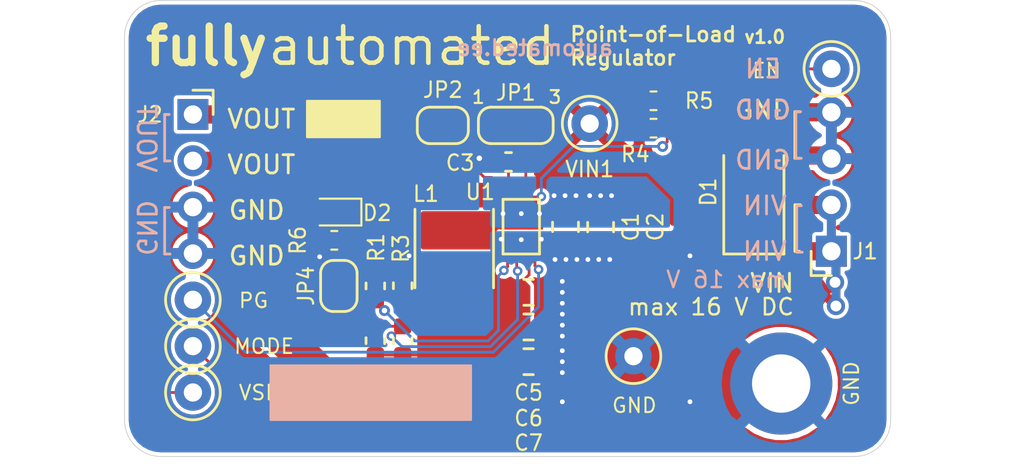
<source format=kicad_pcb>
(kicad_pcb (version 20211014) (generator pcbnew)
  (layers (0 "F.Cu" signal) (31 "B.Cu" signal) (34 "B.Paste" user) (35 "F.Paste" user) (36 "B.SilkS" user "B.Silkscreen") (37 "F.SilkS" user "F.Silkscreen") (38 "B.Mask" user) (39 "F.Mask" user) (44 "Edge.Cuts" user))
  (net 0 "")
  (net 1 "GND")
  (net 2 "/TPS62135 Power Supply/FB")
  (net 3 "+5V")
  (net 4 "VBUS")
  (net 5 "/TPS62135 Power Supply/MODE")
  (net 6 "/TPS62135 Power Supply/SW")
  (net 7 "/TPS62135 Power Supply/PGOOD")
  (net 8 "Net-(C3-Pad1)")
  (net 9 "Net-(JP2-Pad2)")
  (net 10 "Net-(JP4-Pad1)")
  (net 11 "Net-(C1-Pad1)")
  (net 12 "Net-(EN1-Pad1)")
  (net 13 "Net-(R4-Pad1)")
  (net 14 "Net-(D2-Pad1)")
  (footprint "Connector_PinSocket_2.54mm:PinSocket_1x04_P2.54mm_Horizontal" (layer "F.Cu") (at 121.75 95.25)
    (fp_text reference "J2" (at -2.35 0) (layer "F.SilkS") (effects (font (size 0.85 0.8) (thickness 0.12))))
    (fp_text value "OUT")
    (fp_line (start 0 -1.33) (end 1.11 -1.33) (layer "F.SilkS") (width 0.1524))
    (fp_line (start 1.11 -1.33) (end 1.11 0) (layer "F.SilkS") (width 0.1524))
    (pad "1" thru_hole rect locked (at 0 0) (size 1.7 1.7) (drill 1) (layers *.Cu *.Mask) (net 3 "+5V"))
    (pad "2" thru_hole oval locked (at 0 2.54) (size 1.7 1.7) (drill 1) (layers *.Cu *.Mask) (net 3 "+5V"))
    (pad "3" thru_hole oval locked (at 0 5.08) (size 1.7 1.7) (drill 1) (layers *.Cu *.Mask) (net 1 "GND"))
    (pad "4" thru_hole oval locked (at 0 7.62) (size 1.7 1.7) (drill 1) (layers *.Cu *.Mask) (net 1 "GND"))
  )
  (footprint "TestPoint:TestPoint_Loop_D1.80mm_Drill1.0mm_Beaded" (layer "F.Cu") (at 121.75 105.41)
    (fp_text reference "PG1" hide)
    (fp_text value "PG")
    (fp_circle (center 0 0) (end 1.5 0) (layer "F.SilkS") (width 0.1524) (fill none))
    (pad "1" thru_hole circle locked (at 0 0) (size 2 2) (drill 1) (layers *.Cu *.Mask) (net 7 "/TPS62135 Power Supply/PGOOD"))
  )
  (footprint "TestPoint:TestPoint_Loop_D1.80mm_Drill1.0mm_Beaded" (layer "F.Cu") (at 121.75 107.95)
    (fp_text reference "MODE1" hide)
    (fp_text value "MODE")
    (fp_circle (center 0 0) (end 1.5 0) (layer "F.SilkS") (width 0.1524) (fill none))
    (pad "1" thru_hole circle locked (at 0 0) (size 2 2) (drill 1) (layers *.Cu *.Mask) (net 5 "/TPS62135 Power Supply/MODE"))
  )
  (footprint "TestPoint:TestPoint_Loop_D1.80mm_Drill1.0mm_Beaded" (layer "F.Cu") (at 121.75 110.49)
    (fp_text reference "VSEL1" hide)
    (fp_text value "VSEL")
    (fp_circle (center 0 0) (end 1.5 0) (layer "F.SilkS") (width 0.1524) (fill none))
    (pad "1" thru_hole circle locked (at 0 0) (size 2 2) (drill 1) (layers *.Cu *.Mask) (net 9 "Net-(JP2-Pad2)"))
  )
  (footprint "Capacitor_SMD:C_0805_2012Metric" (layer "F.Cu") (at 140.15 108.8)
    (fp_text reference "C7" (at 0 4.45) (layer "F.SilkS") (effects (font (size 0.85 0.8) (thickness 0.12))))
    (fp_text value "10uF/6.3V")
    (fp_line (start -0.258578 0.71) (end 0.258578 0.71) (layer "F.SilkS") (width 0.1524))
    (fp_line (start -0.258578 -0.71) (end 0.258578 -0.71) (layer "F.SilkS") (width 0.1524))
    (pad "1" smd roundrect locked (at -0.9375 0) (size 0.975 1.4) (layers "F.Cu" "F.Paste" "F.Mask") (net 3 "+5V"))
    (pad "2" smd roundrect locked (at 0.9375 0) (size 0.975 1.4) (layers "F.Cu" "F.Paste" "F.Mask") (net 1 "GND"))
  )
  (footprint "Capacitor_SMD:C_0805_2012Metric" (layer "F.Cu") (at 142.175 101.4125 -90)
    (fp_text reference "C2" (at 0 -4.925 90) (layer "F.SilkS") (effects (font (size 0.85 0.8) (thickness 0.12))))
    (fp_text value "2.2uF/25V")
    (fp_line (start -0.258578 -0.71) (end 0.258578 -0.71) (layer "F.SilkS") (width 0.1524))
    (fp_line (start -0.258578 0.71) (end 0.258578 0.71) (layer "F.SilkS") (width 0.1524))
    (pad "1" smd roundrect locked (at -0.9375 0 270) (size 0.975 1.4) (layers "F.Cu" "F.Paste" "F.Mask") (net 11 "Net-(C1-Pad1)"))
    (pad "2" smd roundrect locked (at 0.9375 0 270) (size 0.975 1.4) (layers "F.Cu" "F.Paste" "F.Mask") (net 1 "GND"))
  )
  (footprint "Automated:RGX_TI_VQFN-HR11" (layer "F.Cu") (at 139.75 101.4)
    (fp_text reference "U1" (at -2.25 -1.9) (layer "F.SilkS") (effects (font (size 0.85 0.8) (thickness 0.12))))
    (fp_text value "TPS62135")
    (fp_line (start -1 -1.5) (end -1 1.5) (layer "F.SilkS") (width 0.1524))
    (fp_line (start 1 1.5) (end 1 -1.5) (layer "F.SilkS") (width 0.1524))
    (fp_line (start 1 -1.5) (end -1 -1.5) (layer "F.SilkS") (width 0.1524))
    (fp_line (start -1 1.5) (end 1 1.5) (layer "F.SilkS") (width 0.1524))
    (pad "1" smd roundrect locked (at 0 -0.5) (size 2.4 0.35) (layers "F.Cu" "F.Paste" "F.Mask") (roundrect_rratio 0.1524) (net 11 "Net-(C1-Pad1)"))
    (pad "2" smd roundrect locked (at 0 0) (size 2.4 0.32) (layers "F.Cu" "F.Paste" "F.Mask") (roundrect_rratio 0.1524) (net 6 "/TPS62135 Power Supply/SW"))
    (pad "3" smd roundrect locked (at 0 0.5) (size 2.4 0.35) (layers "F.Cu" "F.Paste" "F.Mask") (roundrect_rratio 0.1524) (net 1 "GND"))
    (pad "4" smd roundrect locked (at -0.75 1.4) (size 0.25 0.6) (layers "F.Cu" "F.Paste" "F.Mask") (roundrect_rratio 0.1524) (net 10 "Net-(JP4-Pad1)"))
    (pad "5" smd roundrect locked (at -0.25 1.4) (size 0.25 0.6) (layers "F.Cu" "F.Paste" "F.Mask") (roundrect_rratio 0.1524) (net 2 "/TPS62135 Power Supply/FB"))
    (pad "6" smd roundrect locked (at 0.25 1.4) (size 0.25 0.6) (layers "F.Cu" "F.Paste" "F.Mask") (roundrect_rratio 0.1524) (net 3 "+5V"))
    (pad "7" smd roundrect locked (at 0.75 1.4) (size 0.25 0.6) (layers "F.Cu" "F.Paste" "F.Mask") (roundrect_rratio 0.1524) (net 7 "/TPS62135 Power Supply/PGOOD"))
    (pad "8" smd roundrect locked (at 0.75 -1.4) (size 0.25 0.6) (layers "F.Cu" "F.Paste" "F.Mask") (roundrect_rratio 0.1524) (net 13 "Net-(R4-Pad1)"))
    (pad "9" smd roundrect locked (at 0.25 -1.4) (size 0.25 0.6) (layers "F.Cu" "F.Paste" "F.Mask") (roundrect_rratio 0.1524) (net 8 "Net-(C3-Pad1)"))
    (pad "10" smd roundrect locked (at -0.25 -1.4) (size 0.25 0.6) (layers "F.Cu" "F.Paste" "F.Mask") (roundrect_rratio 0.1524) (net 5 "/TPS62135 Power Supply/MODE"))
    (pad "11" smd roundrect locked (at -0.75 -1.4) (size 0.25 0.6) (layers "F.Cu" "F.Paste" "F.Mask") (roundrect_rratio 0.1524) (net 9 "Net-(JP2-Pad2)"))
  )
  (footprint "Jumper:SolderJumper-2_P1.3mm_Bridged_RoundedPad1.0x1.5mm" (layer "F.Cu") (at 129.75 104.65 90)
    (fp_text reference "JP4" (at 0 -1.8 90) (layer "F.SilkS") (effects (font (size 0.85 0.8) (thickness 0.12))))
    (fp_text value "SolderJumper_2_Bridged")
    (fp_poly (pts (xy 0.25 -0.3) (xy -0.25 -0.3) (xy -0.25 0.3) (xy 0.25 0.3)) (layer "F.Cu") (width 0) (fill solid))
    (fp_line (start -0.7 -1) (end 0.7 -1) (layer "F.SilkS") (width 0.1524))
    (fp_line (start 0.7 1) (end -0.7 1) (layer "F.SilkS") (width 0.1524))
    (fp_line (start 1.4 -0.3) (end 1.4 0.3) (layer "F.SilkS") (width 0.1524))
    (fp_line (start -1.4 0.3) (end -1.4 -0.3) (layer "F.SilkS") (width 0.1524))
    (fp_arc (start -1.4 -0.3) (mid -1.194975 -0.794975) (end -0.7 -1) (layer "F.SilkS") (width 0.1524))
    (fp_arc (start 1.4 0.3) (mid 1.194975 0.794975) (end 0.7 1) (layer "F.SilkS") (width 0.1524))
    (fp_arc (start 0.7 -1) (mid 1.194975 -0.794975) (end 1.4 -0.3) (layer "F.SilkS") (width 0.1524))
    (fp_arc (start -0.7 1) (mid -1.194975 0.794975) (end -1.4 0.3) (layer "F.SilkS") (width 0.1524))
    (pad "1" smd custom locked (at -0.65 0 90) (size 1 0.5) (layers "F.Cu" "F.Mask") (net 10 "Net-(JP4-Pad1)") (options (clearance outline) (anchor rect)) (primitives (gr_circle (center 0 0.25) (end 0.5 0.25) (width 0) (fill yes)) (gr_circle (center 0 -0.25) (end 0.5 -0.25) (width 0) (fill yes)) (gr_poly (pts (xy 0.5 0.75) (xy 0 0.75) (xy 0 -0.75) (xy 0.5 -0.75)) (width 0) (fill yes))))
    (pad "2" smd custom locked (at 0.65 0 90) (size 1 0.5) (layers "F.Cu" "F.Mask") (net 1 "GND") (options (clearance outline) (anchor rect)) (primitives (gr_circle (center 0 0.25) (end 0.5 0.25) (width 0) (fill yes)) (gr_circle (center 0 -0.25) (end 0.5 -0.25) (width 0) (fill yes)) (gr_poly (pts (xy 0 0.75) (xy -0.5 0.75) (xy -0.5 -0.75) (xy 0 -0.75)) (width 0) (fill yes))))
  )
  (footprint "Jumper:SolderJumper-3_P1.3mm_Bridged12_RoundedPad1.0x1.5mm_NumberLabels" (layer "F.Cu") (at 139.45 95.85)
    (fp_text reference "JP1" (at 0 -1.8) (layer "F.SilkS") (effects (font (size 0.85 0.8) (thickness 0.12))))
    (fp_text value "SolderJumper_3_Bridged12")
    (fp_text user "1" (at -2.05 -1.55) (layer "F.SilkS") (effects (font (size 0.7 0.7) (thickness 0.12))))
    (fp_text user "3" (at 2.15 -1.55) (layer "F.SilkS") (effects (font (size 0.7 0.7) (thickness 0.12))))
    (fp_poly (pts (xy -0.9 -0.3) (xy -0.4 -0.3) (xy -0.4 0.3) (xy -0.9 0.3)) (layer "F.Cu") (width 0) (fill solid))
    (fp_line (start -1.4 -1) (end 1.4 -1) (layer "F.SilkS") (width 0.1524))
    (fp_line (start -2.05 0.3) (end -2.05 -0.3) (layer "F.SilkS") (width 0.1524))
    (fp_line (start 2.05 -0.3) (end 2.05 0.3) (layer "F.SilkS") (width 0.1524))
    (fp_line (start 1.4 1) (end -1.4 1) (layer "F.SilkS") (width 0.1524))
    (fp_arc (start 2.05 0.3) (mid 1.844975 0.794975) (end 1.35 1) (layer "F.SilkS") (width 0.1524))
    (fp_arc (start -1.35 1) (mid -1.844975 0.794975) (end -2.05 0.3) (layer "F.SilkS") (width 0.1524))
    (fp_arc (start -2.05 -0.3) (mid -1.844975 -0.794975) (end -1.35 -1) (layer "F.SilkS") (width 0.1524))
    (fp_arc (start 1.35 -1) (mid 1.844975 -0.794975) (end 2.05 -0.3) (layer "F.SilkS") (width 0.1524))
    (pad "1" smd custom locked (at -1.3 0) (size 1 0.5) (layers "F.Cu" "F.Mask") (net 1 "GND") (options (clearance outline) (anchor rect)) (primitives (gr_poly (pts (xy 0.55 0.75) (xy 0 0.75) (xy 0 -0.75) (xy 0.55 -0.75)) (width 0) (fill yes)) (gr_circle (center 0 0.25) (end 0.5 0.25) (width 0) (fill yes)) (gr_circle (center 0 -0.25) (end 0.5 -0.25) (width 0) (fill yes))))
    (pad "2" smd rect locked (at 0 0) (size 1 1.5) (layers "F.Cu" "F.Mask") (net 5 "/TPS62135 Power Supply/MODE"))
    (pad "3" smd custom locked (at 1.3 0) (size 1 0.5) (layers "F.Cu" "F.Mask") (net 11 "Net-(C1-Pad1)") (options (clearance outline) (anchor rect)) (primitives (gr_circle (center 0 0.25) (end 0.5 0.25) (width 0) (fill yes)) (gr_circle (center 0 -0.25) (end 0.5 -0.25) (width 0) (fill yes)) (gr_poly (pts (xy 0 0.75) (xy -0.55 0.75) (xy -0.55 -0.75) (xy 0 -0.75)) (width 0) (fill yes))))
  )
  (footprint "Resistor_SMD:R_0603_1608Metric" (layer "F.Cu") (at 131.75 104.65 90)
    (fp_text reference "R1" (at 2.1 0.05 90) (layer "F.SilkS") (effects (font (size 0.85 0.8) (thickness 0.12))))
    (fp_text value "dnp")
    (fp_line (start -0.162779 0.51) (end 0.162779 0.51) (layer "F.SilkS") (width 0.1524))
    (fp_line (start -0.162779 -0.51) (end 0.162779 -0.51) (layer "F.SilkS") (width 0.1524))
    (pad "1" smd roundrect locked (at -0.7875 0 90) (size 0.875 0.95) (layers "F.Cu" "F.Paste" "F.Mask") (net 10 "Net-(JP4-Pad1)"))
    (pad "2" smd roundrect locked (at 0.7875 0 90) (size 0.875 0.95) (layers "F.Cu" "F.Paste" "F.Mask") (net 1 "GND"))
  )
  (footprint "TestPoint:TestPoint_Loop_D1.80mm_Drill1.0mm_Beaded" (layer "F.Cu") (at 145.9 108.5)
    (fp_text reference "TP1" hide)
    (fp_text value "GND")
    (fp_circle (center 0 0) (end 1.5 0) (layer "F.SilkS") (width 0.1524) (fill none))
    (pad "1" thru_hole circle locked (at 0 0) (size 2 2) (drill 1) (layers *.Cu *.Mask) (net 1 "GND"))
  )
  (footprint "Capacitor_SMD:C_0603_1608Metric" (layer "F.Cu") (at 131.75 107.65 90)
    (fp_text reference "C4" (at -2.15 0 90) (layer "F.SilkS") (effects (font (size 0.85 0.8) (thickness 0.12))))
    (fp_text value "22pF/50V")
    (fp_line (start -0.162779 0.51) (end 0.162779 0.51) (layer "F.SilkS") (width 0.1524))
    (fp_line (start -0.162779 -0.51) (end 0.162779 -0.51) (layer "F.SilkS") (width 0.1524))
    (pad "1" smd roundrect locked (at -0.7875 0 90) (size 0.875 0.95) (layers "F.Cu" "F.Paste" "F.Mask") (net 3 "+5V"))
    (pad "2" smd roundrect locked (at 0.7875 0 90) (size 0.875 0.95) (layers "F.Cu" "F.Paste" "F.Mask") (net 2 "/TPS62135 Power Supply/FB"))
  )
  (footprint "Capacitor_SMD:C_0603_1608Metric" (layer "F.Cu") (at 139.05 97.85 180)
    (fp_text reference "C3" (at 2.65 -0.05) (layer "F.SilkS") (effects (font (size 0.85 0.8) (thickness 0.12))))
    (fp_text value "100nF/25V")
    (fp_line (start -0.162779 0.51) (end 0.162779 0.51) (layer "F.SilkS") (width 0.1524))
    (fp_line (start -0.162779 -0.51) (end 0.162779 -0.51) (layer "F.SilkS") (width 0.1524))
    (pad "1" smd roundrect locked (at -0.7875 0 180) (size 0.875 0.95) (layers "F.Cu" "F.Paste" "F.Mask") (net 8 "Net-(C3-Pad1)"))
    (pad "2" smd roundrect locked (at 0.7875 0 180) (size 0.875 0.95) (layers "F.Cu" "F.Paste" "F.Mask") (net 1 "GND"))
  )
  (footprint "Capacitor_SMD:C_0805_2012Metric" (layer "F.Cu") (at 144.1 101.425 -90)
    (fp_text reference "C1" (at 0 -1.65 90) (layer "F.SilkS") (effects (font (size 0.85 0.8) (thickness 0.12))))
    (fp_text value "2.2uF/25V")
    (fp_line (start -0.258578 -0.71) (end 0.258578 -0.71) (layer "F.SilkS") (width 0.1524))
    (fp_line (start -0.258578 0.71) (end 0.258578 0.71) (layer "F.SilkS") (width 0.1524))
    (pad "1" smd roundrect locked (at -0.9375 0 270) (size 0.975 1.4) (layers "F.Cu" "F.Paste" "F.Mask") (net 11 "Net-(C1-Pad1)"))
    (pad "2" smd roundrect locked (at 0.9375 0 270) (size 0.975 1.4) (layers "F.Cu" "F.Paste" "F.Mask") (net 1 "GND"))
  )
  (footprint "Resistor_SMD:R_0603_1608Metric" (layer "F.Cu") (at 133.25 104.6375 90)
    (fp_text reference "R3" (at 2.0375 -0.1 90) (layer "F.SilkS") (effects (font (size 0.85 0.8) (thickness 0.12))))
    (fp_text value "39k")
    (fp_line (start -0.162779 -0.51) (end 0.162779 -0.51) (layer "F.SilkS") (width 0.1524))
    (fp_line (start -0.162779 0.51) (end 0.162779 0.51) (layer "F.SilkS") (width 0.1524))
    (pad "1" smd roundrect locked (at -0.7875 0 90) (size 0.875 0.95) (layers "F.Cu" "F.Paste" "F.Mask") (net 2 "/TPS62135 Power Supply/FB"))
    (pad "2" smd roundrect locked (at 0.7875 0 90) (size 0.875 0.95) (layers "F.Cu" "F.Paste" "F.Mask") (net 1 "GND"))
  )
  (footprint "Capacitor_SMD:C_0805_2012Metric" (layer "F.Cu") (at 140.15 105)
    (fp_text reference "C5" (at 0 5.5) (layer "F.SilkS") (effects (font (size 0.85 0.8) (thickness 0.12))))
    (fp_text value "10uF/6.3V")
    (fp_line (start -0.258578 0.71) (end 0.258578 0.71) (layer "F.SilkS") (width 0.1524))
    (fp_line (start -0.258578 -0.71) (end 0.258578 -0.71) (layer "F.SilkS") (width 0.1524))
    (pad "1" smd roundrect locked (at -0.9375 0) (size 0.975 1.4) (layers "F.Cu" "F.Paste" "F.Mask") (net 3 "+5V"))
    (pad "2" smd roundrect locked (at 0.9375 0) (size 0.975 1.4) (layers "F.Cu" "F.Paste" "F.Mask") (net 1 "GND"))
  )
  (footprint "Resistor_SMD:R_0603_1608Metric" (layer "F.Cu") (at 133.25 107.65 90)
    (fp_text reference "R2" (at -2.15 0 90) (layer "F.SilkS") (effects (font (size 0.85 0.8) (thickness 0.12))))
    (fp_text value "240k")
    (fp_line (start -0.162779 -0.51) (end 0.162779 -0.51) (layer "F.SilkS") (width 0.1524))
    (fp_line (start -0.162779 0.51) (end 0.162779 0.51) (layer "F.SilkS") (width 0.1524))
    (pad "1" smd roundrect locked (at -0.7875 0 90) (size 0.875 0.95) (layers "F.Cu" "F.Paste" "F.Mask") (net 3 "+5V"))
    (pad "2" smd roundrect locked (at 0.7875 0 90) (size 0.875 0.95) (layers "F.Cu" "F.Paste" "F.Mask") (net 2 "/TPS62135 Power Supply/FB"))
  )
  (footprint "NetTie:NetTie-2_SMD_Pad2.0mm" (layer "F.Cu") (at 153.55 105 180)
    (fp_text reference "NT1" hide)
    (fp_text value "Net-Tie_2")
    (fp_poly (pts (xy -2 -1) (xy 2 -1) (xy 2 1) (xy -2 1)) (layer "F.Cu") (width 0) (fill solid))
    (pad "1" smd circle locked (at -2 0 180) (size 2 2) (layers "F.Cu") (net 4 "VBUS"))
    (pad "2" smd circle locked (at 2 0 180) (size 2 2) (layers "F.Cu") (net 11 "Net-(C1-Pad1)"))
  )
  (footprint "TestPoint:TestPoint_Loop_D1.80mm_Drill1.0mm_Beaded" (layer "F.Cu") (at 143.5 95.75)
    (fp_text reference "VIN1" (at 0 2.5) (layer "F.SilkS") (effects (font (size 0.85 0.8) (thickness 0.12))))
    (fp_text value "VIN")
    (fp_circle (center 0 0) (end 1.5 0) (layer "F.SilkS") (width 0.1524) (fill none))
    (pad "1" thru_hole circle locked (at 0 0) (size 2 2) (drill 1) (layers *.Cu *.Mask) (net 11 "Net-(C1-Pad1)"))
  )
  (footprint "Inductor_SMD:L_Coilcraft_XxL4020" (layer "F.Cu") (at 136.075 102.6 -90)
    (fp_text reference "L1" (at -3 1.55 180) (layer "F.SilkS") (effects (font (size 0.85 0.8) (thickness 0.12))))
    (fp_text value "XGL4020-102ME_")
    (fp_line (start -2.154 -2.154) (end 2.154 -2.154) (layer "F.SilkS") (width 0.1524))
    (fp_line (start 2.154 2.154) (end -2.154 2.154) (layer "F.SilkS") (width 0.1524))
    (pad "1" smd rect locked (at -1.185 0 270) (size 0.98 3.4) (layers "F.Cu" "F.Paste" "F.Mask") (net 6 "/TPS62135 Power Supply/SW"))
    (pad "2" smd rect locked (at 1.185 0 270) (size 0.98 3.4) (layers "F.Cu" "F.Paste" "F.Mask") (net 3 "+5V"))
  )
  (footprint "Capacitor_SMD:C_0805_2012Metric" (layer "F.Cu") (at 140.15 106.9)
    (fp_text reference "C6" (at 0 5) (layer "F.SilkS") (effects (font (size 0.85 0.8) (thickness 0.12))))
    (fp_text value "10uF/6.3V")
    (fp_line (start -0.258578 0.71) (end 0.258578 0.71) (layer "F.SilkS") (width 0.1524))
    (fp_line (start -0.258578 -0.71) (end 0.258578 -0.71) (layer "F.SilkS") (width 0.1524))
    (pad "1" smd roundrect locked (at -0.9375 0) (size 0.975 1.4) (layers "F.Cu" "F.Paste" "F.Mask") (net 3 "+5V"))
    (pad "2" smd roundrect locked (at 0.9375 0) (size 0.975 1.4) (layers "F.Cu" "F.Paste" "F.Mask") (net 1 "GND"))
  )
  (footprint "Jumper:SolderJumper-2_P1.3mm_Bridged_RoundedPad1.0x1.5mm" (layer "F.Cu") (at 135.45 95.85 180)
    (fp_text reference "JP2" (at 0 1.95) (layer "F.SilkS") (effects (font (size 0.85 0.8) (thickness 0.12))))
    (fp_text value "SolderJumper_2_Bridged")
    (fp_poly (pts (xy 0.25 -0.3) (xy -0.25 -0.3) (xy -0.25 0.3) (xy 0.25 0.3)) (layer "F.Cu") (width 0) (fill solid))
    (fp_line (start -1.4 0.3) (end -1.4 -0.3) (layer "F.SilkS") (width 0.1524))
    (fp_line (start -0.7 -1) (end 0.7 -1) (layer "F.SilkS") (width 0.1524))
    (fp_line (start 0.7 1) (end -0.7 1) (layer "F.SilkS") (width 0.1524))
    (fp_line (start 1.4 -0.3) (end 1.4 0.3) (layer "F.SilkS") (width 0.1524))
    (fp_arc (start -0.7 1) (mid -1.194975 0.794975) (end -1.4 0.3) (layer "F.SilkS") (width 0.1524))
    (fp_arc (start -1.4 -0.3) (mid -1.194975 -0.794975) (end -0.7 -1) (layer "F.SilkS") (width 0.1524))
    (fp_arc (start 0.7 -1) (mid 1.194975 -0.794975) (end 1.4 -0.3) (layer "F.SilkS") (width 0.1524))
    (fp_arc (start 1.4 0.3) (mid 1.194975 0.794975) (end 0.7 1) (layer "F.SilkS") (width 0.1524))
    (pad "1" smd custom locked (at -0.65 0 180) (size 1 0.5) (layers "F.Cu" "F.Mask") (net 1 "GND") (options (clearance outline) (anchor rect)) (primitives (gr_circle (center 0 0.25) (end 0.5 0.25) (width 0) (fill yes)) (gr_circle (center 0 -0.25) (end 0.5 -0.25) (width 0) (fill yes)) (gr_poly (pts (xy 0.5 0.75) (xy 0 0.75) (xy 0 -0.75) (xy 0.5 -0.75)) (width 0) (fill yes))))
    (pad "2" smd custom locked (at 0.65 0 180) (size 1 0.5) (layers "F.Cu" "F.Mask") (net 9 "Net-(JP2-Pad2)") (options (clearance outline) (anchor rect)) (primitives (gr_circle (center 0 0.25) (end 0.5 0.25) (width 0) (fill yes)) (gr_circle (center 0 -0.25) (end 0.5 -0.25) (width 0) (fill yes)) (gr_poly (pts (xy 0 0.75) (xy -0.5 0.75) (xy -0.5 -0.75) (xy 0 -0.75)) (width 0) (fill yes))))
  )
  (footprint "Connector_PinSocket_2.54mm:PinSocket_1x04_P2.54mm_Horizontal" (layer "F.Cu") (at 156.75 102.75 180)
    (fp_text reference "J1" (at -1.85 0) (layer "F.SilkS") (effects (font (size 0.85 0.8) (thickness 0.12))))
    (fp_text value "IN")
    (fp_line (start 0 -1.33) (end 1.11 -1.33) (layer "F.SilkS") (width 0.1524))
    (fp_line (start 1.11 -1.33) (end 1.11 0) (layer "F.SilkS") (width 0.1524))
    (pad "1" thru_hole rect locked (at 0 0 180) (size 1.7 1.7) (drill 1) (layers *.Cu *.Mask) (net 4 "VBUS"))
    (pad "2" thru_hole oval locked (at 0 2.54 180) (size 1.7 1.7) (drill 1) (layers *.Cu *.Mask) (net 4 "VBUS"))
    (pad "3" thru_hole oval locked (at 0 5.08 180) (size 1.7 1.7) (drill 1) (layers *.Cu *.Mask) (net 1 "GND"))
    (pad "4" thru_hole oval locked (at 0 7.62 180) (size 1.7 1.7) (drill 1) (layers *.Cu *.Mask) (net 1 "GND"))
  )
  (footprint "TestPoint:TestPoint_Loop_D1.80mm_Drill1.0mm_Beaded" (layer "F.Cu") (at 156.75 92.75)
    (fp_text reference "EN" hide)
    (fp_text value "EN")
    (fp_circle (center 0 0) (end 1.5 0) (layer "F.SilkS") (width 0.1524) (fill none))
    (pad "1" thru_hole circle locked (at 0 0) (size 2 2) (drill 1) (layers *.Cu *.Mask) (net 12 "Net-(EN1-Pad1)"))
  )
  (footprint "Diode_SMD:D_SMA" (layer "F.Cu") (at 152.5 99.5 90)
    (fp_text reference "D1" (at 0 -2.5 90) (layer "F.SilkS") (effects (font (size 0.85 0.8) (thickness 0.12))))
    (fp_text value "SMAJ15A-13-F")
    (fp_line (start -3.4 -1.65) (end -3.4 1.65) (layer "F.SilkS") (width 0.1524))
    (fp_line (start -3.4 1.65) (end 2 1.65) (layer "F.SilkS") (width 0.1524))
    (fp_line (start -3.4 -1.65) (end 2 -1.65) (layer "F.SilkS") (width 0.1524))
    (pad "1" smd rect locked (at -2 0 90) (size 2.5 1.8) (layers "F.Cu" "F.Paste" "F.Mask") (net 4 "VBUS"))
    (pad "2" smd rect locked (at 2 0 90) (size 2.5 1.8) (layers "F.Cu" "F.Paste" "F.Mask") (net 1 "GND"))
  )
  (footprint "MountingHole:MountingHole_3.2mm_M3_DIN965_Pad" (layer "F.Cu") (at 154 110)
    (fp_text reference "H1" hide)
    (fp_text value "MountingHole_Pad")
    (pad "1" thru_hole circle locked (at 0 0) (size 5.6 5.6) (drill 3.2) (layers *.Cu *.Mask) (net 1 "GND"))
  )
  (footprint "Resistor_SMD:R_0603_1608Metric" (layer "F.Cu") (at 147 96 180)
    (fp_text reference "R4" (at 1 -1.43) (layer "F.SilkS") (effects (font (size 0.85 0.8) (thickness 0.12))))
    (fp_text value "10k")
    (fp_line (start -0.162779 -0.51) (end 0.162779 -0.51) (layer "F.SilkS") (width 0.12))
    (fp_line (start -0.162779 0.51) (end 0.162779 0.51) (layer "F.SilkS") (width 0.12))
    (pad "1" smd roundrect locked (at -0.7875 0 180) (size 0.875 0.95) (layers "F.Cu" "F.Paste" "F.Mask") (net 13 "Net-(R4-Pad1)"))
    (pad "2" smd roundrect locked (at 0.7875 0 180) (size 0.875 0.95) (layers "F.Cu" "F.Paste" "F.Mask") (net 11 "Net-(C1-Pad1)"))
  )
  (footprint "Resistor_SMD:R_0603_1608Metric" (layer "F.Cu") (at 147 94.5)
    (fp_text reference "R5" (at 2.5 0) (layer "F.SilkS") (effects (font (size 0.85 0.8) (thickness 0.12))))
    (fp_text value "100")
    (fp_line (start -0.162779 -0.51) (end 0.162779 -0.51) (layer "F.SilkS") (width 0.12))
    (fp_line (start -0.162779 0.51) (end 0.162779 0.51) (layer "F.SilkS") (width 0.12))
    (pad "1" smd roundrect locked (at -0.7875 0) (size 0.875 0.95) (layers "F.Cu" "F.Paste" "F.Mask") (net 12 "Net-(EN1-Pad1)"))
    (pad "2" smd roundrect locked (at 0.7875 0) (size 0.875 0.95) (layers "F.Cu" "F.Paste" "F.Mask") (net 13 "Net-(R4-Pad1)"))
  )
  (footprint "LED_SMD:LED_0603_1608Metric" (layer "F.Cu") (at 129.5 100.6 180)
    (fp_text reference "D2" (at -2.35 -0.05) (layer "F.SilkS") (effects (font (size 0.85 0.8) (thickness 0.12))))
    (fp_text value "LED_Small_ALT")
    (fp_line (start 0.8 -0.735) (end -1.485 -0.735) (layer "F.SilkS") (width 0.12))
    (fp_line (start -1.485 -0.735) (end -1.485 0.735) (layer "F.SilkS") (width 0.12))
    (fp_line (start -1.485 0.735) (end 0.8 0.735) (layer "F.SilkS") (width 0.12))
    (pad "1" smd roundrect locked (at -0.7875 0 180) (size 0.875 0.95) (layers "F.Cu" "F.Paste" "F.Mask") (net 14 "Net-(D2-Pad1)"))
    (pad "2" smd roundrect locked (at 0.7875 0 180) (size 0.875 0.95) (layers "F.Cu" "F.Paste" "F.Mask") (net 3 "+5V"))
  )
  (footprint "Resistor_SMD:R_0603_1608Metric" (layer "F.Cu") (at 129.5 102.15 180)
    (fp_text reference "R6" (at 2 0 90) (layer "F.SilkS") (effects (font (size 0.85 0.8) (thickness 0.12))))
    (fp_text value "2k2")
    (fp_line (start -0.162779 -0.51) (end 0.162779 -0.51) (layer "F.SilkS") (width 0.12))
    (fp_line (start -0.162779 0.51) (end 0.162779 0.51) (layer "F.SilkS") (width 0.12))
    (pad "1" smd roundrect locked (at -0.7875 0 180) (size 0.875 0.95) (layers "F.Cu" "F.Paste" "F.Mask") (net 14 "Net-(D2-Pad1)"))
    (pad "2" smd roundrect locked (at 0.7875 0 180) (size 0.875 0.95) (layers "F.Cu" "F.Paste" "F.Mask") (net 1 "GND"))
  )
  (footprint "Automated:fully_automated_logo_soldermask" (layer "B.Cu") (at 129.75 97.1 180)
    (fp_text reference "G1" hide)
    (fp_text value "Fully_Automated_Logo" hide)
    (fp_text user "automated.ee" (at -10.75 5.5) (layer "B.SilkS") (effects (font (size 0.85 0.85) (thickness 0.1524)) (justify mirror)))
  )
  (gr_line (start 154.85 102.8) (end 155.15 102.8) (layer "B.SilkS") (width 0.1524))
  (gr_line (start 155.1 100.25) (end 154.85 100.25) (layer "B.SilkS") (width 0.1524))
  (gr_line (start 154.85 100.25) (end 154.85 102.8) (layer "B.SilkS") (width 0.1524))
  (gr_line (start 155.05 95.1) (end 154.8 95.1) (layer "B.SilkS") (width 0.1524))
  (gr_line (start 154.8 95.1) (end 154.8 97.65) (layer "B.SilkS") (width 0.1524))
  (gr_line (start 154.8 97.65) (end 155.1 97.65) (layer "B.SilkS") (width 0.1524))
  (gr_poly (pts (xy 137 112) (xy 126 112) (xy 126 109) (xy 137 109)) (layer "B.SilkS") (width 0.1) (fill solid))
  (gr_line (start 120.2 102.9) (end 120.5 102.9) (layer "B.SilkS") (width 0.1524))
  (gr_line (start 120.2 100.35) (end 120.2 102.9) (layer "B.SilkS") (width 0.1524))
  (gr_line (start 120.2 97.8) (end 120.5 97.8) (layer "B.SilkS") (width 0.1524))
  (gr_line (start 120.45 95.25) (end 120.2 95.25) (layer "B.SilkS") (width 0.1524))
  (gr_line (start 120.2 95.25) (end 120.2 97.8) (layer "B.SilkS") (width 0.1524))
  (gr_line (start 120.45 100.35) (end 120.2 100.35) (layer "B.SilkS") (width 0.1524))
  (gr_line (start 155 102.75) (end 154.75 102.75) (layer "F.SilkS") (width 0.1524))
  (gr_line (start 154.75 102.75) (end 154.75 100.2) (layer "F.SilkS") (width 0.1524))
  (gr_line (start 154.75 100.2) (end 155.05 100.2) (layer "F.SilkS") (width 0.1524))
  (gr_line (start 154.75 95.1) (end 155.05 95.1) (layer "F.SilkS") (width 0.1524))
  (gr_line (start 155 97.65) (end 154.75 97.65) (layer "F.SilkS") (width 0.1524))
  (gr_line (start 154.75 97.65) (end 154.75 95.1) (layer "F.SilkS") (width 0.1524))
  (gr_poly (pts (xy 128 94.5) (xy 128 96.5) (xy 132 96.5) (xy 132 94.5)) (layer "F.SilkS") (width 0.1) (fill solid))
  (gr_line (start 118 91) (end 118 112) (layer "Edge.Cuts") (width 0.05))
  (gr_arc (start 120 114) (mid 118.585786 113.414214) (end 118 112) (layer "Edge.Cuts") (width 0.05))
  (gr_arc (start 160 112) (mid 159.414214 113.414214) (end 158 114) (layer "Edge.Cuts") (width 0.05))
  (gr_arc (start 118 91) (mid 118.585786 89.585786) (end 120 89) (layer "Edge.Cuts") (width 0.05))
  (gr_line (start 120 114) (end 158 114) (layer "Edge.Cuts") (width 0.05))
  (gr_line (start 160 112) (end 160 91) (layer "Edge.Cuts") (width 0.05))
  (gr_line (start 158 89) (end 120 89) (layer "Edge.Cuts") (width 0.05))
  (gr_arc (start 158 89) (mid 159.414214 89.585786) (end 160 91) (layer "Edge.Cuts") (width 0.05))
  (gr_text "VIN" (at 153.1 100.25) (layer "B.SilkS") (effects (font (size 1 1) (thickness 0.1524)) (justify mirror)))
  (gr_text "EN" (at 153 92.75) (layer "B.SilkS") (effects (font (size 1 1) (thickness 0.1524)) (justify mirror)))
  (gr_text "max 16 V" (at 151 104.3) (layer "B.SilkS") (effects (font (size 0.9 0.9) (thickness 0.13)) (justify mirror)))
  (gr_text "GND" (at 153 95) (layer "B.SilkS") (effects (font (size 1 1) (thickness 0.1524)) (justify mirror)))
  (gr_text "GND  VOUT" (at 119.2 98.85 270) (layer "B.SilkS") (effects (font (size 1 1)) (justify mirror)))
  (gr_text "VIN" (at 153.1 102.75) (layer "B.SilkS") (effects (font (size 1 1) (thickness 0.1524)) (justify mirror)))
  (gr_text "GND" (at 153 97.75) (layer "B.SilkS") (effects (font (size 1 1) (thickness 0.1524)) (justify mirror)))
  (gr_text "VOUT" (at 125.5 98) (layer "F.SilkS") (effects (font (size 1 1) (thickness 0.1524))))
  (gr_text "VOUT" (at 125.5 95.5) (layer "F.SilkS") (effects (font (size 1 1) (thickness 0.1524))))
  (gr_text "fully" (at 122.5 91.5) (layer "F.SilkS") (effects (font (size 2 2) (thickness 0.4))))
  (gr_text "automated" (at 133.75 91.5) (layer "F.SilkS") (effects (font (size 2 2) (thickness 0.25))))
  (gr_text "v1.0" (at 153.1 91) (layer "F.SilkS") (effects (font (size 0.7 0.7))))
  (gr_text "max 16 V DC" (at 150.15 105.8) (layer "F.SilkS") (effects (font (size 0.9 0.9) (thickness 0.13))))
  (gr_text "GND" (at 145.95 111.2) (layer "F.SilkS") (effects (font (size 0.8 0.8) (thickness 0.11))))
  (gr_text "GND" (at 157.85 110 90) (layer "F.SilkS") (effects (font (size 0.8 0.8) (thickness 0.11))))
  (gr_text "PG" (at 124.2 105.45) (layer "F.SilkS") (effects (font (size 0.8 0.8) (thickness 0.11)) (justify left)))
  (gr_text "VSEL" (at 124.2 110.5) (layer "F.SilkS") (effects (font (size 0.8 0.8) (thickness 0.11)) (justify left)))
  (gr_text "GND" (at 125.25 103) (layer "F.SilkS") (effects (font (size 1 1) (thickness 0.1524))))
  (gr_text "EN" (at 153.2 92.85) (layer "F.SilkS") (effects (font (size 0.8 0.8) (thickness 0.11))))
  (gr_text "GND" (at 153 95) (layer "F.SilkS") (effects (font (size 1 1) (thickness 0.1524))))
  (gr_text "VIN" (at 153.5 104.5) (layer "F.SilkS") (effects (font (size 1 1) (thickness 0.1524))))
  (gr_text "MODE" (at 125.65 107.96) (layer "F.SilkS") (effects (font (size 0.8 0.8) (thickness 0.11))))
  (gr_text "Point-of-Load\nRegulator" (at 142.35 91.5) (layer "F.SilkS") (effects (font (size 0.8 0.8) (thickness 0.1524)) (justify left)))
  (gr_text "GND" (at 125.25 100.5) (layer "F.SilkS") (effects (font (size 1 1) (thickness 0.1524))))
  (segment (start 137.65 97.85) (end 137.45 97.65) (width 0.1524) (layer "F.Cu") (net 1))
  (segment (start 138.2625 97.85) (end 137.65 97.85) (width 0.1524) (layer "F.Cu") (net 1))
  (segment (start 138.2625 97.85) (end 138.2625 95.9625) (width 0.1524) (layer "F.Cu") (net 1))
  (segment (start 128.7125 102.15) (end 128.7125 103.0375) (width 0.1524) (layer "F.Cu") (net 1))
  (segment (start 133.2375 103.8625) (end 133.25 103.85) (width 0.1524) (layer "F.Cu") (net 1))
  (segment (start 153.07 95.13) (end 152.5 95.7) (width 1) (layer "F.Cu") (net 1))
  (segment (start 152.5 95.7) (end 152.5 97.5) (width 1) (layer "F.Cu") (net 1))
  (segment (start 131.6125 104) (end 131.75 103.8625) (width 0.1524) (layer "F.Cu") (net 1))
  (segment (start 140.84 102.15) (end 138.64 102.15) (width 0.2) (layer "F.Cu") (net 1))
  (segment (start 156.75 95.13) (end 153.07 95.13) (width 1) (layer "F.Cu") (net 1))
  (segment (start 152.5 97.5) (end 156.58 97.5) (width 1) (layer "F.Cu") (net 1))
  (segment (start 133.25 103.35) (end 133.6 103) (width 0.1524) (layer "F.Cu") (net 1))
  (segment (start 156.58 97.5) (end 156.75 97.67) (width 1) (layer "F.Cu") (net 1))
  (segment (start 129.75 104) (end 131.6125 104) (width 0.1524) (layer "F.Cu") (net 1))
  (segment (start 131.75 103.8625) (end 133.2375 103.8625) (width 0.1524) (layer "F.Cu") (net 1))
  (segment (start 128.7125 103.0375) (end 128.7 103.05) (width 0.1524) (layer "F.Cu") (net 1))
  (segment (start 133.25 103.85) (end 133.25 103.35) (width 0.1524) (layer "F.Cu") (net 1))
  (segment (start 138.15 95.85) (end 136.1 95.85) (width 0.1524) (layer "F.Cu") (net 1))
  (via (at 137.45 97.65) (size 0.6) (drill 0.3) (layers "F.Cu" "B.Cu") (net 1))
  (via (at 140.85 102.09) (size 0.52) (drill 0.26) (layers "F.Cu" "B.Cu") (net 1))
  (via (at 138.65 102.09) (size 0.52) (drill 0.26) (layers "F.Cu" "B.Cu") (net 1))
  (via (at 139.75 102.115) (size 0.52) (drill 0.26) (layers "F.Cu" "B.Cu") (net 1))
  (via (at 144 103.2) (size 0.52) (drill 0.26) (layers "F.Cu" "B.Cu") (net 1))
  (via (at 144.6 103.2) (size 0.52) (drill 0.26) (layers "F.Cu" "B.Cu") (net 1))
  (via (at 142.8 103.2) (size 0.52) (drill 0.26) (layers "F.Cu" "B.Cu") (net 1))
  (via (at 142 111) (size 0.52) (drill 0.26) (layers "F.Cu" "B.Cu") (net 1))
  (via (at 142 108.8) (size 0.52) (drill 0.26) (layers "F.Cu" "B.Cu") (net 1))
  (via (at 142 107.4) (size 0.52) (drill 0.26) (layers "F.Cu" "B.Cu") (net 1))
  (via (at 133.6 103) (size 0.52) (drill 0.26) (layers "F.Cu" "B.Cu") (net 1))
  (via (at 149 111) (size 0.52) (drill 0.26) (layers "F.Cu" "B.Cu") (net 1))
  (via (at 141.6 103.2) (size 0.52) (drill 0.26) (layers "F.Cu" "B.Cu") (net 1))
  (via (at 143.4 103.2) (size 0.52) (drill 0.26) (layers "F.Cu" "B.Cu") (net 1))
  (via (at 142 109.4) (size 0.52) (drill 0.26) (layers "F.Cu" "B.Cu") (net 1))
  (via (at 142 105.6) (size 0.52) (drill 0.26) (layers "F.Cu" "B.Cu") (net 1))
  (via (at 142 106.2) (size 0.52) (drill 0.26) (layers "F.Cu" "B.Cu") (net 1))
  (via (at 142 108.2) (size 0.52) (drill 0.26) (layers "F.Cu" "B.Cu") (net 1))
  (via (at 142 104.4) (size 0.52) (drill 0.26) (layers "F.Cu" "B.Cu") (net 1))
  (via (at 149 103) (size 0.52) (drill 0.26) (layers "F.Cu" "B.Cu") (net 1))
  (via (at 142 105) (size 0.52) (drill 0.26) (layers "F.Cu" "B.Cu") (net 1))
  (via (at 142 106.8) (size 0.52) (drill 0.26) (layers "F.Cu" "B.Cu") (net 1))
  (via (at 142.2 103.2) (size 0.52) (drill 0.26) (layers "F.Cu" "B.Cu") (net 1))
  (via (at 128.7 103.05) (size 0.52) (drill 0.26) (layers "F.Cu" "B.Cu") (net 1))
  (segment (start 133.25 106.8625) (end 131.75 106.8625) (width 0.1524) (layer "F.Cu") (net 2))
  (segment (start 133.25 105.425) (end 133.25 106.8625) (width 0.1524) (layer "F.Cu") (net 2))
  (segment (start 139.5 103.785022) (end 139.54993 103.834952) (width 0.1524) (layer "F.Cu") (net 2))
  (segment (start 132.7125 107.4) (end 133.25 106.8625) (width 0.1524) (layer "F.Cu") (net 2))
  (segment (start 133.25 105.425) (end 133.25 105.6) (width 0.1524) (layer "F.Cu") (net 2))
  (segment (start 139.5 102.8) (end 139.5 103.785022) (width 0.1524) (layer "F.Cu") (net 2))
  (segment (start 133.25 105.4) (end 133.25 105.425) (width 0.1524) (layer "F.Cu") (net 2))
  (segment (start 132.63 107.4) (end 132.7125 107.4) (width 0.1524) (layer "F.Cu") (net 2))
  (via (at 132.63 107.4) (size 0.52) (drill 0.26) (layers "F.Cu" "B.Cu") (net 2))
  (via (at 139.54993 103.834952) (size 0.52) (drill 0.26) (layers "F.Cu" "B.Cu") (net 2))
  (segment (start 132.63 107.4) (end 133.205189 107.975189) (width 0.1524) (layer "B.Cu") (net 2))
  (segment (start 139.54993 106.49007) (end 139.54993 104.259216) (width 0.1524) (layer "B.Cu") (net 2))
  (segment (start 133.205189 107.975189) (end 138.064811 107.975189) (width 0.1524) (layer "B.Cu") (net 2))
  (segment (start 139.54993 104.259216) (end 139.54993 103.834952) (width 0.1524) (layer "B.Cu") (net 2))
  (segment (start 138.064811 107.975189) (end 139.54993 106.49007) (width 0.1524) (layer "B.Cu") (net 2))
  (segment (start 133.25 108.4375) (end 137.675 108.4375) (width 0.1524) (layer "F.Cu") (net 3))
  (segment (start 137.675 108.4375) (end 139.2125 106.9) (width 0.1524) (layer "F.Cu") (net 3))
  (segment (start 131.75 108.4375) (end 133.25 108.4375) (width 0.1524) (layer "F.Cu") (net 3))
  (segment (start 130.5 111.25) (end 136.7625 111.25) (width 2) (layer "F.Cu") (net 3))
  (segment (start 128.7125 100.6) (end 125.85 100.6) (width 0.1524) (layer "F.Cu") (net 3))
  (segment (start 140.18 104.0325) (end 139.2125 105) (width 0.1524) (layer "F.Cu") (net 3))
  (segment (start 125.4 101.05) (end 125.4 106.15) (width 2) (layer "F.Cu") (net 3))
  (segment (start 123.79 97.79) (end 125.4 99.4) (width 2) (layer "F.Cu") (net 3))
  (segment (start 140.18 103.74) (end 140.18 104.0325) (width 0.1524) (layer "F.Cu") (net 3))
  (segment (start 123 95.25) (end 123.79 96.04) (width 1) (layer "F.Cu") (net 3))
  (segment (start 123.79 96.04) (end 123.79 97.79) (width 1) (layer "F.Cu") (net 3))
  (segment (start 140.18 103.59) (end 140 103.41) (width 0.1524) (layer "F.Cu") (net 3))
  (segment (start 136.7625 111.25) (end 139.2125 108.8) (width 2) (layer "F.Cu") (net 3))
  (segment (start 140.18 103.74) (end 140.18 103.59) (width 0.1524) (layer "F.Cu") (net 3))
  (segment (start 121.75 97.79) (end 123.79 97.79) (width 1) (layer "F.Cu") (net 3))
  (segment (start 140 103.41) (end 140 102.8) (width 0.1524) (layer "F.Cu") (net 3))
  (segment (start 125.4 106.15) (end 130.5 111.25) (width 2) (layer "F.Cu") (net 3))
  (segment (start 125.85 100.6) (end 125.4 101.05) (width 0.1524) (layer "F.Cu") (net 3))
  (segment (start 121.75 95.25) (end 123 95.25) (width 1) (layer "F.Cu") (net 3))
  (segment (start 125.4 99.4) (end 125.4 101.05) (width 2) (layer "F.Cu") (net 3))
  (segment (start 153.75 102.75) (end 152.5 101.5) (width 1) (layer "F.Cu") (net 4))
  (segment (start 156.25 105) (end 157 105.75) (width 0.5) (layer "F.Cu") (net 4))
  (segment (start 155.55 105) (end 156.4 105) (width 0.5) (layer "F.Cu") (net 4))
  (segment (start 156.4 105) (end 156.95 104.45) (width 0.5) (layer "F.Cu") (net 4))
  (segment (start 153.79 100.21) (end 156.75 100.21) (width 1) (layer "F.Cu") (net 4))
  (segment (start 156.75 102.75) (end 153.75 102.75) (width 1) (layer "F.Cu") (net 4))
  (segment (start 152.5 101.5) (end 153.79 100.21) (width 1) (layer "F.Cu") (net 4))
  (segment (start 155.55 105) (end 156.25 105) (width 0.5) (layer "F.Cu") (net 4))
  (via (at 156.95 104.45) (size 1) (drill 0.6) (layers "F.Cu" "B.Cu") (net 4))
  (via (at 157 105.75) (size 1) (drill 0.6) (layers "F.Cu" "B.Cu") (net 4))
  (segment (start 157 105.75) (end 157 103) (width 0.5) (layer "B.Cu") (net 4))
  (segment (start 156.75 102.75) (end 156.75 100.21) (width 0.5) (layer "B.Cu") (net 4))
  (segment (start 157 103) (end 156.75 102.75) (width 0.5) (layer "B.Cu") (net 4))
  (segment (start 139.5 99.5) (end 139.05 99.05) (width 0.1524) (layer "F.Cu") (net 5))
  (segment (start 139.5 100) (end 139.5 99.5) (width 0.1524) (layer "F.Cu") (net 5))
  (segment (start 139.05 99.05) (end 139.05 96.25) (width 0.1524) (layer "F.Cu") (net 5))
  (segment (start 122.6 112.3) (end 123.6 111.3) (width 0.1524) (layer "F.Cu") (net 5))
  (segment (start 119.195189 92.879811) (end 119.195189 110.770189) (width 0.1524) (layer "F.Cu") (net 5))
  (segment (start 122.749999 108.949999) (end 121.75 107.95) (width 0.1524) (layer "F.Cu") (net 5))
  (segment (start 123.6 109.8) (end 122.749999 108.949999) (width 0.1524) (layer "F.Cu") (net 5))
  (segment (start 123.6 111.3) (end 123.6 109.8) (width 0.1524) (layer "F.Cu") (net 5))
  (segment (start 135.25 93.4) (end 134.55 92.7) (width 0.1524) (layer "F.Cu") (net 5))
  (segment (start 120.725 112.3) (end 122.6 112.3) (width 0.1524) (layer "F.Cu") (net 5))
  (segment (start 119.375 92.7) (end 119.195189 92.879811) (width 0.1524) (layer "F.Cu") (net 5))
  (segment (start 135.25 94.575) (end 135.25 93.4) (width 0.1524) (layer "F.Cu") (net 5))
  (segment (start 139.45 94.925) (end 139.25 94.725) (width 0.1524) (layer "F.Cu") (net 5))
  (segment (start 119.195189 110.770189) (end 120.725 112.3) (width 0.1524) (layer "F.Cu") (net 5))
  (segment (start 139.45 95.85) (end 139.45 94.925) (width 0.1524) (layer "F.Cu") (net 5))
  (segment (start 139.25 94.725) (end 135.4 94.725) (width 0.1524) (layer "F.Cu") (net 5))
  (segment (start 134.55 92.7) (end 119.375 92.7) (width 0.1524) (layer "F.Cu") (net 5))
  (segment (start 135.4 94.725) (end 135.25 94.575) (width 0.1524) (layer "F.Cu") (net 5))
  (segment (start 139.75 101.4) (end 136.165 101.4) (width 0.1524) (layer "F.Cu") (net 6))
  (segment (start 136.165 101.4) (end 136.15 101.415) (width 0.1524) (layer "F.Cu") (net 6))
  (segment (start 140.5 102.8) (end 140.5 102.9) (width 0.25) (layer "F.Cu") (net 7))
  (segment (start 140.5 102.8) (end 140.5 103.55) (width 0.1524) (layer "F.Cu") (net 7))
  (segment (start 140.5 103.55) (end 140.7 103.75) (width 0.1524) (layer "F.Cu") (net 7))
  (via (at 140.7 103.75) (size 0.52) (drill 0.26) (layers "F.Cu" "B.Cu") (net 7))
  (segment (start 138.22 108.28) (end 140.7 105.8) (width 0.1524) (layer "B.Cu") (net 7))
  (segment (start 140.7 105.8) (end 140.7 104.117695) (width 0.1524) (layer "B.Cu") (net 7))
  (segment (start 124.62 108.28) (end 138.22 108.28) (width 0.1524) (layer "B.Cu") (net 7))
  (segment (start 121.75 105.41) (end 124.62 108.28) (width 0.1524) (layer "B.Cu") (net 7))
  (segment (start 140.7 104.117695) (end 140.7 103.75) (width 0.1524) (layer "B.Cu") (net 7))
  (segment (start 140 100) (end 140 98.0125) (width 0.1524) (layer "F.Cu") (net 8))
  (segment (start 140 98.0125) (end 139.8375 97.85) (width 0.1524) (layer "F.Cu") (net 8))
  (segment (start 119.5 110) (end 119.5 93.175) (width 0.1524) (layer "F.Cu") (net 9))
  (segment (start 139 100) (end 139 99.575) (width 0.1524) (layer "F.Cu") (net 9))
  (segment (start 138.125 98.7) (end 137.725 98.7) (width 0.1524) (layer "F.Cu") (net 9))
  (segment (start 137.725 98.7) (end 135.925 96.9) (width 0.1524) (layer "F.Cu") (net 9))
  (segment (start 121.75 110.49) (end 119.99 110.49) (width 0.1524) (layer "F.Cu") (net 9))
  (segment (start 135.925 96.9) (end 135.35 96.9) (width 0.1524) (layer "F.Cu") (net 9))
  (segment (start 134.75 93.425) (end 134.75 95.8) (width 0.1524) (layer "F.Cu") (net 9))
  (segment (start 119.5 93.175) (end 119.65 93.025) (width 0.1524) (layer "F.Cu") (net 9))
  (segment (start 134.35 93.025) (end 134.75 93.425) (width 0.1524) (layer "F.Cu") (net 9))
  (segment (start 135.35 96.9) (end 134.6 96.15) (width 0.1524) (layer "F.Cu") (net 9))
  (segment (start 139 99.575) (end 138.125 98.7) (width 0.1524) (layer "F.Cu") (net 9))
  (segment (start 119.99 110.49) (end 119.5 110) (width 0.1524) (layer "F.Cu") (net 9))
  (segment (start 119.65 93.025) (end 134.35 93.025) (width 0.1524) (layer "F.Cu") (net 9))
  (segment (start 131.75 105.5) (end 131.75 105.4375) (width 0.1524) (layer "F.Cu") (net 10))
  (segment (start 139 102.8) (end 139 103.598257) (width 0.1524) (layer "F.Cu") (net 10))
  (segment (start 139 103.598257) (end 138.798334 103.799923) (width 0.1524) (layer "F.Cu") (net 10))
  (segment (start 132.25 106) (end 131.75 105.5) (width 0.1524) (layer "F.Cu") (net 10))
  (segment (start 129.75 105.3) (end 131.6125 105.3) (width 0.1524) (layer "F.Cu") (net 10))
  (segment (start 131.6125 105.3) (end 131.75 105.4375) (width 0.1524) (layer "F.Cu") (net 10))
  (via (at 132.25 106) (size 0.6) (drill 0.3) (layers "F.Cu" "B.Cu") (net 10))
  (via (at 138.798334 103.799923) (size 0.52) (drill 0.26) (layers "F.Cu" "B.Cu") (net 10))
  (segment (start 138.498335 104.099922) (end 138.798334 103.799923) (width 0.1524) (layer "B.Cu") (net 10))
  (segment (start 137.93 107.66) (end 138.498335 107.091665) (width 0.1524) (layer "B.Cu") (net 10))
  (segment (start 132.25 106) (end 133.91 107.66) (width 0.1524) (layer "B.Cu") (net 10))
  (segment (start 133.91 107.66) (end 137.93 107.66) (width 0.1524) (layer "B.Cu") (net 10))
  (segment (start 138.498335 107.091665) (end 138.498335 104.099922) (width 0.1524) (layer "B.Cu") (net 10))
  (segment (start 139.75 100.9) (end 141.75 100.9) (width 0.1524) (layer "F.Cu") (net 11))
  (segment (start 141.75 100.9) (end 142.175 100.475) (width 0.1524) (layer "F.Cu") (net 11))
  (segment (start 142.175 100.475) (end 144.0875 100.475) (width 0.1524) (layer "F.Cu") (net 11))
  (segment (start 144.0875 100.475) (end 144.1 100.4875) (width 0.1524) (layer "F.Cu") (net 11))
  (segment (start 148.6875 100.4875) (end 150.2 102) (width 0.8) (layer "F.Cu") (net 11))
  (segment (start 150.2 104.4) (end 150.8 105) (width 0.8) (layer "F.Cu") (net 11))
  (segment (start 150.8 105) (end 151.55 105) (width 0.8) (layer "F.Cu") (net 11))
  (segment (start 150.2 102) (end 150.2 104.4) (width 0.8) (layer "F.Cu") (net 11))
  (segment (start 138.76 100.665) (end 140.76 100.665) (width 0.2) (layer "F.Cu") (net 11))
  (segment (start 144.1 100.4875) (end 148.6875 100.4875) (width 0.8) (layer "F.Cu") (net 11))
  (via (at 139.75 100.685) (size 0.52) (drill 0.26) (layers "F.Cu" "B.Cu") (net 11))
  (via (at 140.75 100.685) (size 0.52) (drill 0.26) (layers "F.Cu" "B.Cu") (net 11))
  (via (at 138.75 100.685) (size 0.52) (drill 0.26) (layers "F.Cu" "B.Cu") (net 11))
  (via (at 142.75 99.7) (size 0.52) (drill 0.26) (layers "F.Cu" "B.Cu") (net 11))
  (via (at 142.15 99.7) (size 0.52) (drill 0.26) (layers "F.Cu" "B.Cu") (net 11))
  (via (at 143.5 99.7) (size 0.52) (drill 0.26) (layers "F.Cu" "B.Cu") (net 11))
  (via (at 141.55 99.7) (size 0.52) (drill 0.26) (layers "F.Cu" "B.Cu") (net 11))
  (via (at 144.7 99.7) (size 0.52) (drill 0.26) (layers "F.Cu" "B.Cu") (net 11))
  (via (at 144.1 99.7) (size 0.52) (drill 0.26) (layers "F.Cu" "B.Cu") (net 11))
  (segment (start 146.2125 93.5375) (end 146.2125 94.5) (width 0.1524) (layer "F.Cu") (net 12))
  (segment (start 147 92.75) (end 146.2125 93.5375) (width 0.1524) (layer "F.Cu") (net 12))
  (segment (start 156.75 92.75) (end 147 92.75) (width 0.1524) (layer "F.Cu") (net 12))
  (segment (start 147.7875 94.5) (end 147.7875 96) (width 0.1524) (layer "F.Cu") (net 13))
  (segment (start 140.5 100) (end 140.75 99.75) (width 0.1524) (layer "F.Cu") (net 13))
  (segment (start 147.75 95.75) (end 147.75 96.75) (width 0.1524) (layer "F.Cu") (net 13))
  (segment (start 140.75 99.75) (end 140.85 99.75) (width 0.1524) (layer "F.Cu") (net 13))
  (segment (start 147.75 96.75) (end 147.5 97) (width 0.1524) (layer "F.Cu") (net 13))
  (via (at 140.85 99.75) (size 0.52) (drill 0.26) (layers "F.Cu" "B.Cu") (net 13))
  (via (at 147.5 97) (size 0.6) (drill 0.3) (layers "F.Cu" "B.Cu") (net 13))
  (segment (start 140.85 98.75) (end 140.85 99.75) (width 0.1524) (layer "B.Cu") (net 13))
  (segment (start 142.6 97) (end 140.85 98.75) (width 0.1524) (layer "B.Cu") (net 13))
  (segment (start 147.5 97) (end 142.6 97) (width 0.1524) (layer "B.Cu") (net 13))
  (segment (start 130.2875 102.15) (end 130.2875 100.6) (width 0.1524) (layer "F.Cu") (net 14))
  (zone (net 11) (net_name "Net-(C1-Pad1)") (layer "F.Cu") (priority 2) (connect_pads yes (clearance 0.2)) (min_thickness 0.25) (fill yes (thermal_gap 0.5) (thermal_bridge_width 0.5))
    (polygon (pts (xy 147.9 101.45) (xy 147.9 99.95) (xy 146.6 98.65) (xy 139.45 98.65) (xy 133.575 98.65) (xy 133.575 101.45)))
  )
  (zone (net 6) (net_name "/TPS62135 Power Supply/SW") (layer "F.Cu") (priority 4) (connect_pads yes (clearance 0.2)) (min_thickness 0.25) (fill yes (thermal_gap 0.5) (thermal_bridge_width 0.5))
    (polygon (pts (xy 134.25 102.65) (xy 138.25 102.65) (xy 138.45 101.65) (xy 141.05 101.65) (xy 141.05 101.15) (xy 138.35 101.15) (xy 138.25 100.55) (xy 134.25 100.55)))
  )
  (zone (net 1) (net_name "GND") (layer "F.Cu") (priority 1) (connect_pads yes (clearance 0.2)) (min_thickness 0.25) (fill yes (thermal_gap 0.5) (thermal_bridge_width 0.5))
    (polygon (pts (xy 150 101.65) (xy 150 108) (xy 153 108) (xy 153 112) (xy 140.25 112) (xy 140.25 104.45) (xy 138.25 102.45) (xy 138.25 101.65)))
  )
  (zone (net 11) (net_name "Net-(C1-Pad1)") (layer "F.Cu") (connect_pads (clearance 0.3)) (min_thickness 0.3) (fill yes (thermal_gap 0.45) (thermal_bridge_width 0.6))
    (polygon (pts (xy 118 114) (xy 160 114) (xy 160 89) (xy 118 89)))
  )
  (zone (net 3) (net_name "+5V") (layer "F.Cu") (priority 2) (connect_pads yes (clearance 0.2)) (min_thickness 0.25) (fill yes (thermal_gap 0.5) (thermal_bridge_width 0.5))
    (polygon (pts (xy 134.05 102.85) (xy 134.05 111.1) (xy 140.25 111.1) (xy 140.25 104.65) (xy 138.45 102.85)))
  )
  (zone (net 1) (net_name "GND") (layer "F.Cu") (priority 5) (connect_pads yes (clearance 0.3)) (min_thickness 0.3) (fill yes (thermal_gap 0.45) (thermal_bridge_width 0.6))
    (polygon (pts (xy 138.7 95.05) (xy 135.6 95.05) (xy 135.6 96.75) (xy 137.55 98.7) (xy 138.7 98.7)))
  )
  (zone (net 11) (net_name "Net-(C1-Pad1)") (layer "B.Cu") (priority 4) (connect_pads yes (clearance 0.2)) (min_thickness 0.25) (fill yes (thermal_gap 0.5) (thermal_bridge_width 0.5))
    (polygon (pts (xy 147.9 101.45) (xy 147.9 99.95) (xy 146.6 98.65) (xy 139.45 98.65) (xy 137.65 98.65) (xy 137.65 101.45)))
  )
  (zone (net 1) (net_name "GND") (layer "B.Cu") (connect_pads (clearance 0.2)) (min_thickness 0.25) (fill yes (thermal_gap 0.45) (thermal_bridge_width 0.6))
    (polygon (pts (xy 118 114) (xy 160 114) (xy 160 89) (xy 118 89)))
  )
  (zone (net 0) (net_name "") (layer "B.Cu") (connect_pads (clearance 0)) (min_thickness 0.25)
    (keepout (tracks allowed) (vias allowed) (pads allowed) (copperpour not_allowed) (footprints allowed))
    (fill (thermal_gap 0.5) (thermal_bridge_width 0.5))
    (polygon (pts (xy 134.25 100.5) (xy 134.25 102.75) (xy 138.05 102.75) (xy 138.05 100.5)))
  )
)
</source>
